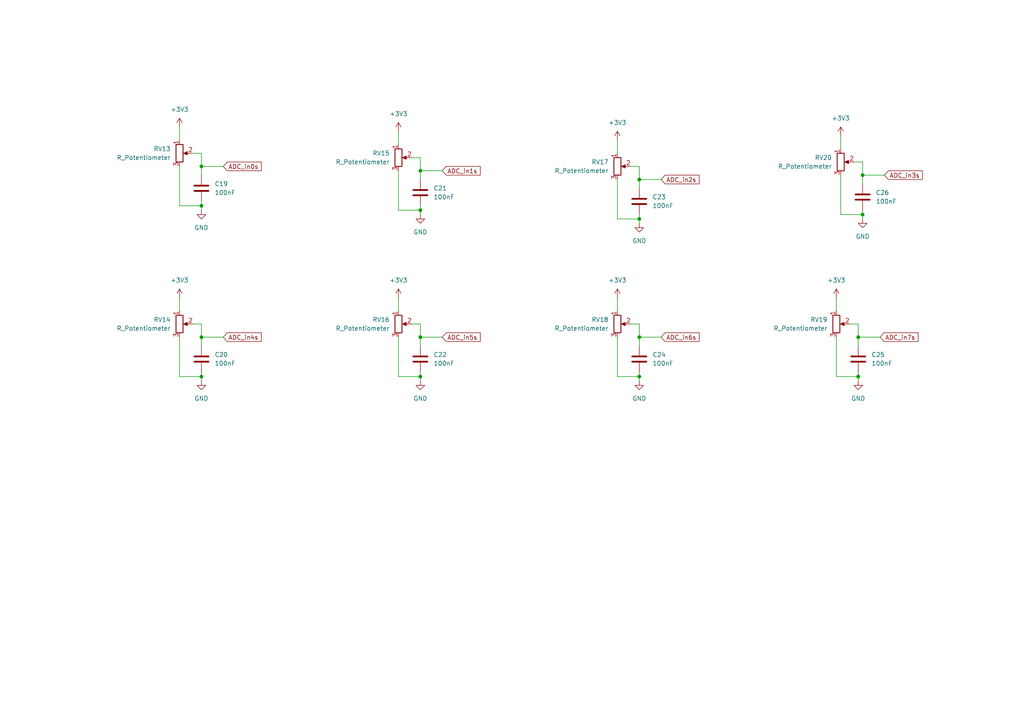
<source format=kicad_sch>
(kicad_sch (version 20211123) (generator eeschema)
  (paper "A4")
  (lib_symbols
    (symbol "Device:C" (pin_numbers hide) (pin_names (offset 0.254))
      (property "Reference" "C" (at 0.635 2.54 0))
      (property "Value" "C" (at 0.635 -2.54 0))
      (symbol "C_0_1"
        (polyline (pts (xy -2.032 -0.762) (xy 2.032 -0.762)) (stroke (width 0.508)))
        (polyline (pts (xy -2.032 0.762) (xy 2.032 0.762)) (stroke (width 0.508)))
      )
      (symbol "C_1_1"
        (pin passive line (at 0 3.81 270) (length 2.794) (name "~") (number "1"))
        (pin passive line (at 0 -3.81 90) (length 2.794) (name "~") (number "2"))
      )
    )
    (symbol "Device:R_Potentiometer" (pin_names (offset 1.016) hide)
      (property "Reference" "RV" (at -4.445 0 90))
      (property "Value" "R_Potentiometer" (at -2.54 0 90))
      (symbol "R_Potentiometer_0_1"
        (polyline (pts (xy 2.54 0) (xy 1.524 0)))
        (polyline (pts (xy 1.143 0) (xy 2.286 0.508) (xy 2.286 -0.508) (xy 1.143 0)) (fill (type outline)))
        (rectangle (start 1.016 2.54) (end -1.016 -2.54) (stroke (width 0.254)))
      )
      (symbol "R_Potentiometer_1_1"
        (pin passive line (at 0 3.81 270) (length 1.27) (name "1") (number "1"))
        (pin passive line (at 3.81 0 180) (length 1.27) (name "2") (number "2"))
        (pin passive line (at 0 -3.81 90) (length 1.27) (name "3") (number "3"))
      )
    )
    (symbol "power:+3.3V" (power) (pin_names (offset 0))
      (property "Value" "+3.3V" (at 0 3.556 0))
      (symbol "+3.3V_0_1"
        (polyline (pts (xy -0.762 1.27) (xy 0 2.54)))
        (polyline (pts (xy 0 0) (xy 0 2.54)))
        (polyline (pts (xy 0 2.54) (xy 0.762 1.27)))
      )
      (symbol "+3.3V_1_1"
        (pin power_in line (at 0 0 90) (length 0) hide (name "+3V3") (number "1"))
      )
    )
    (symbol "power:GND" (power) (pin_names (offset 0))
      (property "Value" "GND" (at 0 -3.81 0))
      (symbol "GND_0_1"
        (polyline (pts (xy 0 0) (xy 0 -1.27) (xy 1.27 -1.27) (xy 0 -2.54) (xy -1.27 -1.27) (xy 0 -1.27)))
      )
      (symbol "GND_1_1"
        (pin power_in line (at 0 0 270) (length 0) hide (name "GND") (number "1"))
      )
    )
  )
  (junction (at 58.42 109.22))
  (junction (at 58.42 97.79))
  (junction (at 121.92 97.79))
  (junction (at 185.42 97.79))
  (junction (at 121.92 109.22))
  (junction (at 250.19 50.8))
  (junction (at 185.42 52.07))
  (junction (at 58.42 48.26))
  (junction (at 185.42 63.5))
  (junction (at 121.92 60.96))
  (junction (at 248.92 109.22))
  (junction (at 58.42 59.69))
  (junction (at 250.19 62.23))
  (junction (at 248.92 97.79))
  (junction (at 185.42 109.22))
  (junction (at 121.92 49.53))
  (wire (pts (xy 185.42 93.98) (xy 185.42 97.79)))
  (wire (pts (xy 185.42 52.07) (xy 185.42 54.61)))
  (wire (pts (xy 121.92 49.53) (xy 128.27 49.53)))
  (wire (pts (xy 248.92 97.79) (xy 248.92 100.33)))
  (wire (pts (xy 58.42 109.22) (xy 58.42 110.49)))
  (wire (pts (xy 115.57 49.53) (xy 115.57 60.96)))
  (wire (pts (xy 52.07 97.79) (xy 52.07 109.22)))
  (wire (pts (xy 52.07 48.26) (xy 52.07 59.69)))
  (wire (pts (xy 58.42 97.79) (xy 58.42 100.33)))
  (wire (pts (xy 250.19 50.8) (xy 250.19 53.34)))
  (wire (pts (xy 185.42 52.07) (xy 191.77 52.07)))
  (wire (pts (xy 182.88 48.26) (xy 185.42 48.26)))
  (wire (pts (xy 242.57 97.79) (xy 242.57 109.22)))
  (wire (pts (xy 179.07 109.22) (xy 185.42 109.22)))
  (wire (pts (xy 58.42 48.26) (xy 58.42 50.8)))
  (wire (pts (xy 115.57 38.1) (xy 115.57 41.91)))
  (wire (pts (xy 115.57 60.96) (xy 121.92 60.96)))
  (wire (pts (xy 185.42 97.79) (xy 185.42 100.33)))
  (wire (pts (xy 243.84 62.23) (xy 250.19 62.23)))
  (wire (pts (xy 58.42 48.26) (xy 64.77 48.26)))
  (wire (pts (xy 121.92 93.98) (xy 121.92 97.79)))
  (wire (pts (xy 115.57 86.36) (xy 115.57 90.17)))
  (wire (pts (xy 185.42 107.95) (xy 185.42 109.22)))
  (wire (pts (xy 248.92 97.79) (xy 255.27 97.79)))
  (wire (pts (xy 121.92 60.96) (xy 121.92 62.23)))
  (wire (pts (xy 55.88 44.45) (xy 58.42 44.45)))
  (wire (pts (xy 121.92 107.95) (xy 121.92 109.22)))
  (wire (pts (xy 179.07 86.36) (xy 179.07 90.17)))
  (wire (pts (xy 121.92 59.69) (xy 121.92 60.96)))
  (wire (pts (xy 250.19 46.99) (xy 250.19 50.8)))
  (wire (pts (xy 250.19 62.23) (xy 250.19 63.5)))
  (wire (pts (xy 182.88 93.98) (xy 185.42 93.98)))
  (wire (pts (xy 119.38 45.72) (xy 121.92 45.72)))
  (wire (pts (xy 52.07 86.36) (xy 52.07 90.17)))
  (wire (pts (xy 121.92 45.72) (xy 121.92 49.53)))
  (wire (pts (xy 243.84 50.8) (xy 243.84 62.23)))
  (wire (pts (xy 115.57 97.79) (xy 115.57 109.22)))
  (wire (pts (xy 121.92 109.22) (xy 121.92 110.49)))
  (wire (pts (xy 52.07 59.69) (xy 58.42 59.69)))
  (wire (pts (xy 242.57 109.22) (xy 248.92 109.22)))
  (wire (pts (xy 185.42 62.23) (xy 185.42 63.5)))
  (wire (pts (xy 185.42 109.22) (xy 185.42 110.49)))
  (wire (pts (xy 58.42 93.98) (xy 58.42 97.79)))
  (wire (pts (xy 248.92 93.98) (xy 248.92 97.79)))
  (wire (pts (xy 179.07 97.79) (xy 179.07 109.22)))
  (wire (pts (xy 250.19 60.96) (xy 250.19 62.23)))
  (wire (pts (xy 121.92 97.79) (xy 121.92 100.33)))
  (wire (pts (xy 55.88 93.98) (xy 58.42 93.98)))
  (wire (pts (xy 52.07 109.22) (xy 58.42 109.22)))
  (wire (pts (xy 185.42 63.5) (xy 185.42 64.77)))
  (wire (pts (xy 246.38 93.98) (xy 248.92 93.98)))
  (wire (pts (xy 52.07 36.83) (xy 52.07 40.64)))
  (wire (pts (xy 121.92 97.79) (xy 128.27 97.79)))
  (wire (pts (xy 243.84 39.37) (xy 243.84 43.18)))
  (wire (pts (xy 248.92 107.95) (xy 248.92 109.22)))
  (wire (pts (xy 179.07 63.5) (xy 185.42 63.5)))
  (wire (pts (xy 250.19 50.8) (xy 256.54 50.8)))
  (wire (pts (xy 242.57 86.36) (xy 242.57 90.17)))
  (wire (pts (xy 58.42 59.69) (xy 58.42 60.96)))
  (wire (pts (xy 179.07 40.64) (xy 179.07 44.45)))
  (wire (pts (xy 247.65 46.99) (xy 250.19 46.99)))
  (wire (pts (xy 58.42 97.79) (xy 64.77 97.79)))
  (wire (pts (xy 58.42 107.95) (xy 58.42 109.22)))
  (wire (pts (xy 58.42 58.42) (xy 58.42 59.69)))
  (wire (pts (xy 119.38 93.98) (xy 121.92 93.98)))
  (wire (pts (xy 185.42 48.26) (xy 185.42 52.07)))
  (wire (pts (xy 179.07 52.07) (xy 179.07 63.5)))
  (wire (pts (xy 121.92 49.53) (xy 121.92 52.07)))
  (wire (pts (xy 248.92 109.22) (xy 248.92 110.49)))
  (wire (pts (xy 185.42 97.79) (xy 191.77 97.79)))
  (wire (pts (xy 58.42 44.45) (xy 58.42 48.26)))
  (wire (pts (xy 115.57 109.22) (xy 121.92 109.22)))
  (global_label "ADC_in1s" (shape input) (at 128.27 49.53 0) (property "Intersheet References" "${INTERSHEET_REFS}" (effects hide)))
  (global_label "ADC_in0s" (shape input) (at 64.77 48.26 0) (property "Intersheet References" "${INTERSHEET_REFS}" (effects hide)))
  (global_label "ADC_in5s" (shape input) (at 128.27 97.79 0) (property "Intersheet References" "${INTERSHEET_REFS}" (effects hide)))
  (global_label "ADC_in3s" (shape input) (at 256.54 50.8 0) (property "Intersheet References" "${INTERSHEET_REFS}" (effects hide)))
  (global_label "ADC_in6s" (shape input) (at 191.77 97.79 0) (property "Intersheet References" "${INTERSHEET_REFS}" (effects hide)))
  (global_label "ADC_in4s" (shape input) (at 64.77 97.79 0) (property "Intersheet References" "${INTERSHEET_REFS}" (effects hide)))
  (global_label "ADC_in2s" (shape input) (at 191.77 52.07 0) (property "Intersheet References" "${INTERSHEET_REFS}" (effects hide)))
  (global_label "ADC_in7s" (shape input) (at 255.27 97.79 0) (property "Intersheet References" "${INTERSHEET_REFS}" (effects hide)))
  (symbol (lib_id "Device:R_Potentiometer") (at 243.84 46.99 0) (unit 1)
    (property "Reference" "RV20" (at 241.3 45.7199 0) (effects (justify right)))
    (property "Value" "R_Potentiometer" (at 241.3 48.2599 0) (effects (justify right)))
  )
  (symbol (lib_id "Device:R_Potentiometer") (at 179.07 48.26 0) (unit 1)
    (property "Reference" "RV17" (at 176.53 46.9899 0) (effects (justify right)))
    (property "Value" "R_Potentiometer" (at 176.53 49.5299 0) (effects (justify right)))
  )
  (symbol (lib_id "power:GND") (at 185.42 110.49 0) (unit 1)
    (property "Reference" "#PWR0168" (effects hide))
    (property "Value" "GND" (at 185.42 115.57 0))
  )
  (symbol (lib_id "power:+3.3V") (at 179.07 86.36 0) (unit 1)
    (property "Reference" "#PWR0166" (effects hide))
    (property "Value" "+3.3V" (at 179.07 81.28 0))
  )
  (symbol (lib_id "Device:R_Potentiometer") (at 52.07 44.45 0) (unit 1)
    (property "Reference" "RV13" (at 49.53 43.1799 0) (effects (justify right)))
    (property "Value" "R_Potentiometer" (at 49.53 45.7199 0) (effects (justify right)))
  )
  (symbol (lib_id "Device:R_Potentiometer") (at 242.57 93.98 0) (unit 1)
    (property "Reference" "RV19" (at 240.03 92.7099 0) (effects (justify right)))
    (property "Value" "R_Potentiometer" (at 240.03 95.2499 0) (effects (justify right)))
  )
  (symbol (lib_id "Device:C") (at 58.42 104.14 0) (unit 1)
    (property "Reference" "C20" (at 62.23 102.8699 0) (effects (justify left)))
    (property "Value" "100nF" (at 62.23 105.4099 0) (effects (justify left)))
    (property "Footprint" "Capacitor_SMD:C_0805_2012Metric_Pad1.18x1.45mm_HandSolder" (effects hide))
  )
  (symbol (lib_id "Device:C") (at 58.42 54.61 0) (unit 1)
    (property "Reference" "C19" (at 62.23 53.3399 0) (effects (justify left)))
    (property "Value" "100nF" (at 62.23 55.8799 0) (effects (justify left)))
    (property "Footprint" "Capacitor_SMD:C_0805_2012Metric_Pad1.18x1.45mm_HandSolder" (effects hide))
  )
  (symbol (lib_id "power:GND") (at 250.19 63.5 0) (unit 1)
    (property "Reference" "#PWR0159" (effects hide))
    (property "Value" "GND" (at 250.19 68.58 0))
  )
  (symbol (lib_id "power:GND") (at 58.42 60.96 0) (unit 1)
    (property "Reference" "#PWR0162" (effects hide))
    (property "Value" "GND" (at 58.42 66.04 0))
  )
  (symbol (lib_id "power:+3.3V") (at 115.57 86.36 0) (unit 1)
    (property "Reference" "#PWR0155" (effects hide))
    (property "Value" "+3.3V" (at 115.57 81.28 0))
  )
  (symbol (lib_id "Device:R_Potentiometer") (at 179.07 93.98 0) (unit 1)
    (property "Reference" "RV18" (at 176.53 92.7099 0) (effects (justify right)))
    (property "Value" "R_Potentiometer" (at 176.53 95.2499 0) (effects (justify right)))
  )
  (symbol (lib_id "power:GND") (at 121.92 62.23 0) (unit 1)
    (property "Reference" "#PWR0154" (effects hide))
    (property "Value" "GND" (at 121.92 67.31 0))
  )
  (symbol (lib_id "power:+3.3V") (at 242.57 86.36 0) (unit 1)
    (property "Reference" "#PWR0161" (effects hide))
    (property "Value" "+3.3V" (at 242.57 81.28 0))
  )
  (symbol (lib_id "power:+3.3V") (at 52.07 86.36 0) (unit 1)
    (property "Reference" "#PWR0164" (effects hide))
    (property "Value" "+3.3V" (at 52.07 81.28 0))
  )
  (symbol (lib_id "Device:C") (at 121.92 55.88 0) (unit 1)
    (property "Reference" "C21" (at 125.73 54.6099 0) (effects (justify left)))
    (property "Value" "100nF" (at 125.73 57.1499 0) (effects (justify left)))
    (property "Footprint" "Capacitor_SMD:C_0805_2012Metric_Pad1.18x1.45mm_HandSolder" (effects hide))
  )
  (symbol (lib_id "power:GND") (at 121.92 110.49 0) (unit 1)
    (property "Reference" "#PWR0156" (effects hide))
    (property "Value" "GND" (at 121.92 115.57 0))
  )
  (symbol (lib_id "power:GND") (at 185.42 64.77 0) (unit 1)
    (property "Reference" "#PWR0169" (effects hide))
    (property "Value" "GND" (at 185.42 69.85 0))
  )
  (symbol (lib_id "Device:C") (at 185.42 58.42 0) (unit 1)
    (property "Reference" "C23" (at 189.23 57.1499 0) (effects (justify left)))
    (property "Value" "100nF" (at 189.23 59.6899 0) (effects (justify left)))
    (property "Footprint" "Capacitor_SMD:C_0805_2012Metric_Pad1.18x1.45mm_HandSolder" (effects hide))
  )
  (symbol (lib_id "power:+3.3V") (at 52.07 36.83 0) (unit 1)
    (property "Reference" "#PWR0163" (effects hide))
    (property "Value" "+3.3V" (at 52.07 31.75 0))
  )
  (symbol (lib_id "Device:R_Potentiometer") (at 115.57 45.72 0) (unit 1)
    (property "Reference" "RV15" (at 113.03 44.4499 0) (effects (justify right)))
    (property "Value" "R_Potentiometer" (at 113.03 46.9899 0) (effects (justify right)))
  )
  (symbol (lib_id "power:+3.3V") (at 115.57 38.1 0) (unit 1)
    (property "Reference" "#PWR0157" (effects hide))
    (property "Value" "+3.3V" (at 115.57 33.02 0))
  )
  (symbol (lib_id "power:+3.3V") (at 179.07 40.64 0) (unit 1)
    (property "Reference" "#PWR0167" (effects hide))
    (property "Value" "+3.3V" (at 179.07 35.56 0))
  )
  (symbol (lib_id "Device:R_Potentiometer") (at 115.57 93.98 0) (unit 1)
    (property "Reference" "RV16" (at 113.03 92.7099 0) (effects (justify right)))
    (property "Value" "R_Potentiometer" (at 113.03 95.2499 0) (effects (justify right)))
  )
  (symbol (lib_id "Device:R_Potentiometer") (at 52.07 93.98 0) (unit 1)
    (property "Reference" "RV14" (at 49.53 92.7099 0) (effects (justify right)))
    (property "Value" "R_Potentiometer" (at 49.53 95.2499 0) (effects (justify right)))
  )
  (symbol (lib_id "power:+3.3V") (at 243.84 39.37 0) (unit 1)
    (property "Reference" "#PWR0160" (effects hide))
    (property "Value" "+3.3V" (at 243.84 34.29 0))
  )
  (symbol (lib_id "Device:C") (at 185.42 104.14 0) (unit 1)
    (property "Reference" "C24" (at 189.23 102.8699 0) (effects (justify left)))
    (property "Value" "100nF" (at 189.23 105.4099 0) (effects (justify left)))
    (property "Footprint" "Capacitor_SMD:C_0805_2012Metric_Pad1.18x1.45mm_HandSolder" (effects hide))
  )
  (symbol (lib_id "power:GND") (at 248.92 110.49 0) (unit 1)
    (property "Reference" "#PWR0158" (effects hide))
    (property "Value" "GND" (at 248.92 115.57 0))
  )
  (symbol (lib_id "power:GND") (at 58.42 110.49 0) (unit 1)
    (property "Reference" "#PWR0165" (effects hide))
    (property "Value" "GND" (at 58.42 115.57 0))
  )
  (symbol (lib_id "Device:C") (at 250.19 57.15 0) (unit 1)
    (property "Reference" "C26" (at 254 55.8799 0) (effects (justify left)))
    (property "Value" "100nF" (at 254 58.4199 0) (effects (justify left)))
    (property "Footprint" "Capacitor_SMD:C_0805_2012Metric_Pad1.18x1.45mm_HandSolder" (effects hide))
  )
  (symbol (lib_id "Device:C") (at 248.92 104.14 0) (unit 1)
    (property "Reference" "C25" (at 252.73 102.8699 0) (effects (justify left)))
    (property "Value" "100nF" (at 252.73 105.4099 0) (effects (justify left)))
    (property "Footprint" "Capacitor_SMD:C_0805_2012Metric_Pad1.18x1.45mm_HandSolder" (effects hide))
  )
  (symbol (lib_id "Device:C") (at 121.92 104.14 0) (unit 1)
    (property "Reference" "C22" (at 125.73 102.8699 0) (effects (justify left)))
    (property "Value" "100nF" (at 125.73 105.4099 0) (effects (justify left)))
    (property "Footprint" "Capacitor_SMD:C_0805_2012Metric_Pad1.18x1.45mm_HandSolder" (effects hide))
  )
)
</source>
